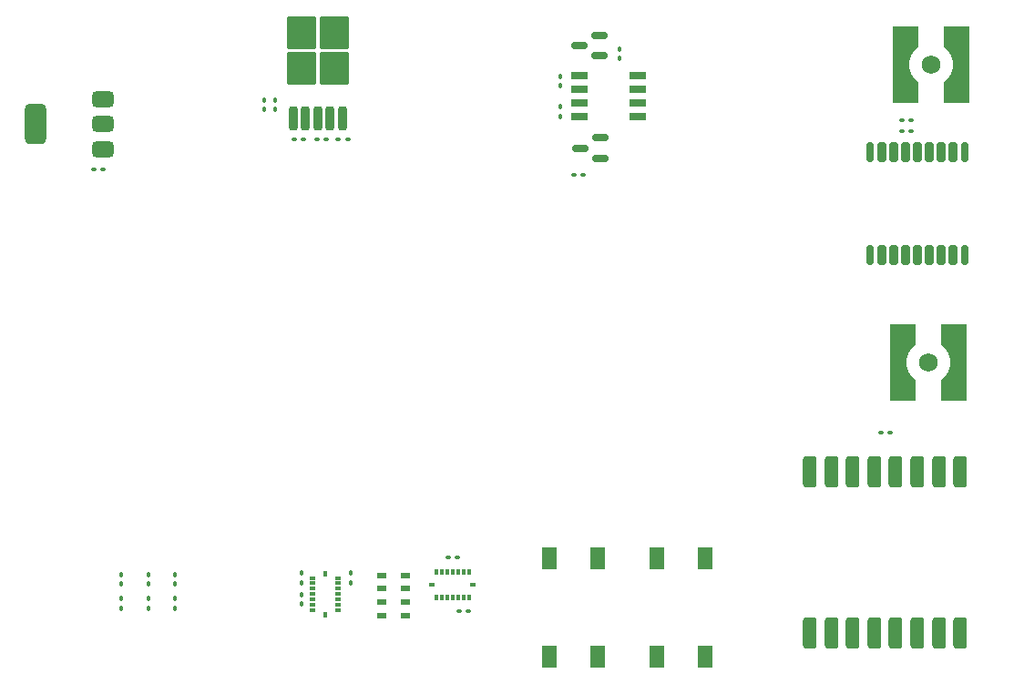
<source format=gtp>
G04 #@! TF.GenerationSoftware,KiCad,Pcbnew,8.0.5*
G04 #@! TF.CreationDate,2025-03-10T17:55:26-07:00*
G04 #@! TF.ProjectId,flightcomputerv1,666c6967-6874-4636-9f6d-707574657276,rev?*
G04 #@! TF.SameCoordinates,Original*
G04 #@! TF.FileFunction,Paste,Top*
G04 #@! TF.FilePolarity,Positive*
%FSLAX46Y46*%
G04 Gerber Fmt 4.6, Leading zero omitted, Abs format (unit mm)*
G04 Created by KiCad (PCBNEW 8.0.5) date 2025-03-10 17:55:26*
%MOMM*%
%LPD*%
G01*
G04 APERTURE LIST*
G04 Aperture macros list*
%AMRoundRect*
0 Rectangle with rounded corners*
0 $1 Rounding radius*
0 $2 $3 $4 $5 $6 $7 $8 $9 X,Y pos of 4 corners*
0 Add a 4 corners polygon primitive as box body*
4,1,4,$2,$3,$4,$5,$6,$7,$8,$9,$2,$3,0*
0 Add four circle primitives for the rounded corners*
1,1,$1+$1,$2,$3*
1,1,$1+$1,$4,$5*
1,1,$1+$1,$6,$7*
1,1,$1+$1,$8,$9*
0 Add four rect primitives between the rounded corners*
20,1,$1+$1,$2,$3,$4,$5,0*
20,1,$1+$1,$4,$5,$6,$7,0*
20,1,$1+$1,$6,$7,$8,$9,0*
20,1,$1+$1,$8,$9,$2,$3,0*%
%AMFreePoly0*
4,1,25,-1.500000,1.420000,-1.360000,1.280000,-1.205000,1.155000,-1.035000,1.045000,-0.860000,0.950000,-0.675000,0.875000,-0.480000,0.820000,-0.280000,0.780000,-0.085000,0.765000,0.085000,0.765000,0.280000,0.780000,0.480000,0.820000,0.675000,0.875000,0.860000,0.950000,1.035000,1.045000,1.205000,1.155000,1.360000,1.280000,1.500000,1.420000,1.645000,1.595000,3.555000,1.595000,
3.555000,-0.755000,-3.555000,-0.755000,-3.555000,1.595000,-1.645000,1.595000,-1.500000,1.420000,-1.500000,1.420000,$1*%
G04 Aperture macros list end*
%ADD10R,1.400000X2.100000*%
%ADD11R,0.950000X0.550000*%
%ADD12RoundRect,0.090000X0.090000X-0.139000X0.090000X0.139000X-0.090000X0.139000X-0.090000X-0.139000X0*%
%ADD13RoundRect,0.090000X-0.090000X0.139000X-0.090000X-0.139000X0.090000X-0.139000X0.090000X0.139000X0*%
%ADD14RoundRect,0.150000X0.587500X0.150000X-0.587500X0.150000X-0.587500X-0.150000X0.587500X-0.150000X0*%
%ADD15RoundRect,0.090000X-0.139000X-0.090000X0.139000X-0.090000X0.139000X0.090000X-0.139000X0.090000X0*%
%ADD16R,1.525000X0.700000*%
%ADD17RoundRect,0.317500X0.317500X-1.157500X0.317500X1.157500X-0.317500X1.157500X-0.317500X-1.157500X0*%
%ADD18R,0.590000X0.350000*%
%ADD19R,0.350000X0.590000*%
%ADD20RoundRect,0.090000X0.139000X0.090000X-0.139000X0.090000X-0.139000X-0.090000X0.139000X-0.090000X0*%
%ADD21FreePoly0,90.000000*%
%ADD22FreePoly0,270.000000*%
%ADD23C,1.730000*%
%ADD24RoundRect,0.200000X0.200000X-0.900000X0.200000X0.900000X-0.200000X0.900000X-0.200000X-0.900000X0*%
%ADD25RoundRect,0.250000X1.125000X-1.275000X1.125000X1.275000X-1.125000X1.275000X-1.125000X-1.275000X0*%
%ADD26RoundRect,0.175000X0.175000X-0.725000X0.175000X0.725000X-0.175000X0.725000X-0.175000X-0.725000X0*%
%ADD27RoundRect,0.200000X0.200000X-0.700000X0.200000X0.700000X-0.200000X0.700000X-0.200000X-0.700000X0*%
%ADD28RoundRect,0.375000X0.625000X0.375000X-0.625000X0.375000X-0.625000X-0.375000X0.625000X-0.375000X0*%
%ADD29RoundRect,0.500000X0.500000X1.400000X-0.500000X1.400000X-0.500000X-1.400000X0.500000X-1.400000X0*%
G04 APERTURE END LIST*
D10*
X109750000Y-120050000D03*
X114250000Y-120050000D03*
X109750000Y-110950000D03*
X114250000Y-110950000D03*
X99750000Y-120050000D03*
X104250000Y-120050000D03*
X99750000Y-110950000D03*
X104250000Y-110950000D03*
D11*
X86359590Y-116257931D03*
X86359590Y-115007931D03*
X86359590Y-113757931D03*
X86359590Y-112507931D03*
X84209590Y-112507931D03*
X84209590Y-113757931D03*
X84209590Y-115007931D03*
X84209590Y-116257931D03*
D12*
X74250000Y-69182500D03*
X74250000Y-68317500D03*
D13*
X62500000Y-112458750D03*
X62500000Y-113323750D03*
D14*
X102562500Y-63250000D03*
X104437500Y-62300000D03*
X104437500Y-64200000D03*
D15*
X76067500Y-72000000D03*
X76932500Y-72000000D03*
D16*
X107962000Y-66095000D03*
X107962000Y-67365000D03*
X107962000Y-68635000D03*
X107962000Y-69905000D03*
X102538000Y-69905000D03*
X102538000Y-68635000D03*
X102538000Y-67365000D03*
X102538000Y-66095000D03*
D13*
X60000000Y-112458750D03*
X60000000Y-113323750D03*
D15*
X91352090Y-115882931D03*
X92217090Y-115882931D03*
D17*
X123984590Y-117907931D03*
X125984590Y-117907931D03*
X127984590Y-117907931D03*
X129984590Y-117907931D03*
X131984590Y-117907931D03*
X133984590Y-117907931D03*
X135984590Y-117907931D03*
X137984590Y-117907931D03*
X137984590Y-102857931D03*
X135984590Y-102857931D03*
X133984590Y-102857931D03*
X131984590Y-102857931D03*
X129984590Y-102857931D03*
X127984590Y-102857931D03*
X125984590Y-102857931D03*
X123984590Y-102857931D03*
D15*
X57410000Y-74750000D03*
X58275000Y-74750000D03*
D12*
X73250000Y-69182500D03*
X73250000Y-68317500D03*
D18*
X80114590Y-112757931D03*
X80114590Y-113257931D03*
X80114590Y-113757931D03*
X80114590Y-114257931D03*
X80114590Y-114757931D03*
X80114590Y-115257931D03*
X80114590Y-115757931D03*
D19*
X78949590Y-116172931D03*
D18*
X77784590Y-115757931D03*
X77784590Y-115257931D03*
X77784590Y-114757931D03*
X77784590Y-114257931D03*
X77784590Y-113757931D03*
X77784590Y-113257931D03*
X77784590Y-112757931D03*
D19*
X78949590Y-112342931D03*
D12*
X62480000Y-115561250D03*
X62480000Y-114696250D03*
X106250000Y-63567500D03*
X106250000Y-64432500D03*
X64980000Y-114696250D03*
X64980000Y-115561250D03*
D20*
X131432500Y-99250000D03*
X130567500Y-99250000D03*
D21*
X137800000Y-92750000D03*
D22*
X132200000Y-92750000D03*
D23*
X135000000Y-92750000D03*
D15*
X90352090Y-110882931D03*
X91217090Y-110882931D03*
D13*
X65000000Y-113323750D03*
X65000000Y-112458750D03*
D20*
X132532910Y-70215410D03*
X133397910Y-70215410D03*
X81025000Y-72000000D03*
X80160000Y-72000000D03*
D13*
X100750000Y-67000000D03*
X100750000Y-66135000D03*
D24*
X75970000Y-70040000D03*
X77110000Y-70040000D03*
X78250000Y-70040000D03*
D25*
X76725000Y-65415000D03*
X79775000Y-65415000D03*
X76725000Y-62065000D03*
X79775000Y-62065000D03*
D24*
X79390000Y-70040000D03*
X80530000Y-70040000D03*
D12*
X76784590Y-115190431D03*
X76784590Y-114325431D03*
D21*
X138050000Y-65000000D03*
D22*
X132450000Y-65000000D03*
D23*
X135250000Y-65000000D03*
D20*
X132532910Y-71215410D03*
X133397910Y-71215410D03*
D12*
X76784590Y-113190431D03*
X76784590Y-112325431D03*
D19*
X92284590Y-114547931D03*
X91784590Y-114547931D03*
X91284590Y-114547931D03*
X90784590Y-114547931D03*
X90284590Y-114547931D03*
X89784590Y-114547931D03*
X89284590Y-114547931D03*
D18*
X88869590Y-113382931D03*
D19*
X89284590Y-112217931D03*
X89784590Y-112217931D03*
X90284590Y-112217931D03*
X90784590Y-112217931D03*
X91284590Y-112217931D03*
X91784590Y-112217931D03*
X92284590Y-112217931D03*
D18*
X92699590Y-113382931D03*
D14*
X102625000Y-72800000D03*
X104500000Y-71850000D03*
X104500000Y-73750000D03*
D15*
X102932500Y-75250000D03*
X102067500Y-75250000D03*
D26*
X129550000Y-82698341D03*
D27*
X130650000Y-82698341D03*
X131750000Y-82698341D03*
X132850000Y-82698341D03*
X133950000Y-82698341D03*
X135050000Y-82698341D03*
X136150000Y-82698341D03*
X137250000Y-82698341D03*
D26*
X138350000Y-82698341D03*
X138350000Y-73198341D03*
D27*
X137250000Y-73198341D03*
X136150000Y-73198341D03*
X135050000Y-73198341D03*
X133950000Y-73198341D03*
X132850000Y-73198341D03*
X131750000Y-73198341D03*
X130650000Y-73198341D03*
D26*
X129550000Y-73198341D03*
D13*
X100750000Y-69840000D03*
X100750000Y-68975000D03*
D20*
X79025000Y-72000000D03*
X78160000Y-72000000D03*
D28*
X58284590Y-72882931D03*
X58284590Y-70582931D03*
D29*
X51984590Y-70582931D03*
D28*
X58284590Y-68282931D03*
D12*
X81284590Y-113190431D03*
X81284590Y-112325431D03*
X59980000Y-115561250D03*
X59980000Y-114696250D03*
M02*

</source>
